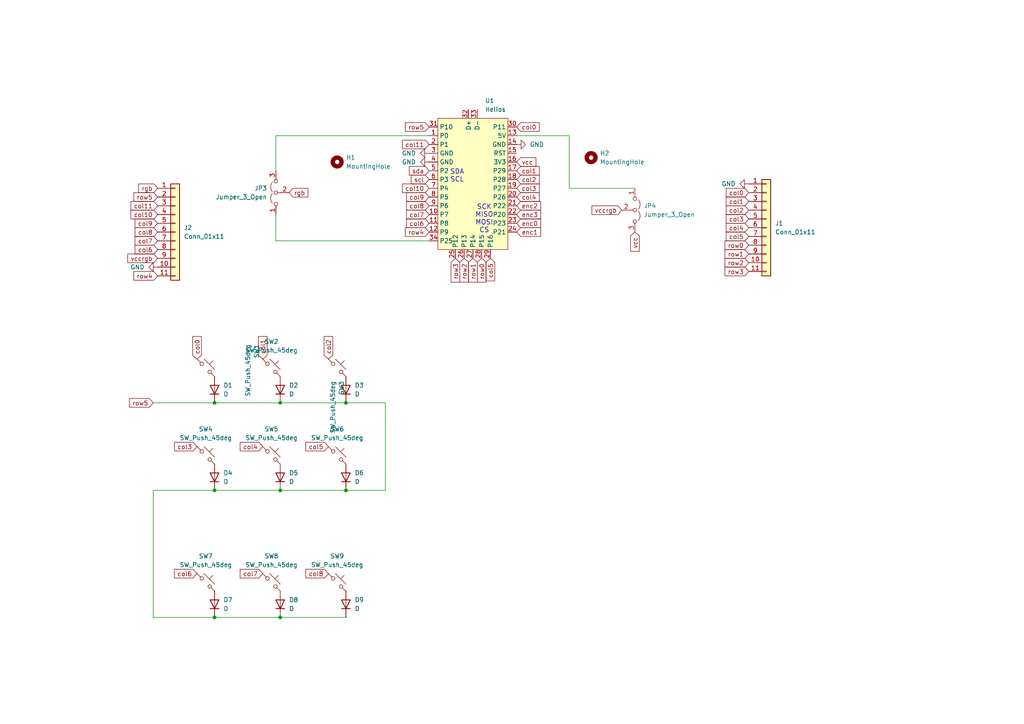
<source format=kicad_sch>
(kicad_sch (version 20231120) (generator "eeschema") (generator_version "8.0")
  (paper "A4")
  (lib_symbols
    (symbol "Connector_Generic:Conn_01x11" (pin_names (offset 1.016) hide)
      (property "Reference" "J" (at 0 15.24 0))
      (property "Value" "Conn_01x11" (at 0 -15.24 0))
      (symbol "Conn_01x11_1_1"
        (rectangle (start -1.27 -12.573) (end 0 -12.827) (stroke (width 0.1524)))
        (rectangle (start -1.27 -10.033) (end 0 -10.287) (stroke (width 0.1524)))
        (rectangle (start -1.27 -7.493) (end 0 -7.747) (stroke (width 0.1524)))
        (rectangle (start -1.27 -4.953) (end 0 -5.207) (stroke (width 0.1524)))
        (rectangle (start -1.27 -2.413) (end 0 -2.667) (stroke (width 0.1524)))
        (rectangle (start -1.27 0.127) (end 0 -0.127) (stroke (width 0.1524)))
        (rectangle (start -1.27 2.667) (end 0 2.413) (stroke (width 0.1524)))
        (rectangle (start -1.27 5.207) (end 0 4.953) (stroke (width 0.1524)))
        (rectangle (start -1.27 7.747) (end 0 7.493) (stroke (width 0.1524)))
        (rectangle (start -1.27 10.287) (end 0 10.033) (stroke (width 0.1524)))
        (rectangle (start -1.27 12.827) (end 0 12.573) (stroke (width 0.1524)))
        (rectangle (start -1.27 13.97) (end 1.27 -13.97) (stroke (width 0.254)) (fill (type background)))
        (pin passive line (at -5.08 12.7 0) (length 3.81) (name "Pin_1") (number "1"))
        (pin passive line (at -5.08 -10.16 0) (length 3.81) (name "Pin_10") (number "10"))
        (pin passive line (at -5.08 -12.7 0) (length 3.81) (name "Pin_11") (number "11"))
        (pin passive line (at -5.08 10.16 0) (length 3.81) (name "Pin_2") (number "2"))
        (pin passive line (at -5.08 7.62 0) (length 3.81) (name "Pin_3") (number "3"))
        (pin passive line (at -5.08 5.08 0) (length 3.81) (name "Pin_4") (number "4"))
        (pin passive line (at -5.08 2.54 0) (length 3.81) (name "Pin_5") (number "5"))
        (pin passive line (at -5.08 0 0) (length 3.81) (name "Pin_6") (number "6"))
        (pin passive line (at -5.08 -2.54 0) (length 3.81) (name "Pin_7") (number "7"))
        (pin passive line (at -5.08 -5.08 0) (length 3.81) (name "Pin_8") (number "8"))
        (pin passive line (at -5.08 -7.62 0) (length 3.81) (name "Pin_9") (number "9"))
      )
    )
    (symbol "Device:D" (pin_numbers hide) (pin_names (offset 1.016) hide)
      (property "Reference" "D" (at 0 2.54 0))
      (property "Value" "D" (at 0 -2.54 0))
      (symbol "D_0_1"
        (polyline (pts (xy -1.27 1.27) (xy -1.27 -1.27)) (stroke (width 0.254)))
        (polyline (pts (xy 1.27 0) (xy -1.27 0)))
        (polyline (pts (xy 1.27 1.27) (xy 1.27 -1.27) (xy -1.27 0) (xy 1.27 1.27)) (stroke (width 0.254)))
      )
      (symbol "D_1_1"
        (pin passive line (at -3.81 0 0) (length 2.54) (name "K") (number "1"))
        (pin passive line (at 3.81 0 180) (length 2.54) (name "A") (number "2"))
      )
    )
    (symbol "Jumper:Jumper_3_Open" (pin_names (offset 0) hide) (exclude_from_sim yes) (in_bom no)
      (property "Reference" "JP" (at -2.54 -2.54 0))
      (property "Value" "Jumper_3_Open" (at 0 2.794 0))
      (symbol "Jumper_3_Open_0_0"
        (circle (center -3.302 0) (radius 0.508))
        (circle (center 0 0) (radius 0.508))
        (circle (center 3.302 0) (radius 0.508))
      )
      (symbol "Jumper_3_Open_0_1"
        (arc (start -0.254 1.016) (mid -1.651 1.4992) (end -3.048 1.016))
        (polyline (pts (xy 0 -0.508) (xy 0 -1.27)))
        (arc (start 3.048 1.016) (mid 1.651 1.4992) (end 0.254 1.016))
      )
      (symbol "Jumper_3_Open_1_1"
        (pin passive line (at -6.35 0 0) (length 2.54) (name "A") (number "1"))
        (pin passive line (at 0 -3.81 90) (length 2.54) (name "C") (number "2"))
        (pin passive line (at 6.35 0 180) (length 2.54) (name "B") (number "3"))
      )
    )
    (symbol "Mechanical:MountingHole" (pin_names (offset 1.016)) (exclude_from_sim yes) (in_bom no)
      (property "Reference" "H" (at 0 5.08 0))
      (property "Value" "MountingHole" (at 0 3.175 0))
      (symbol "MountingHole_0_1"
        (circle (center 0 0) (radius 1.27) (stroke (width 1.27)))
      )
    )
    (symbol "PCM_marbastlib-promicroish:Helios" (in_bom no)
      (property "Reference" "U" (at -7.62 22.86 0))
      (property "Value" "Helios" (at -7.62 20.32 0))
      (symbol "Helios_0_0"
        (pin bidirectional line (at -12.7 13.97 0) (length 2.54) (name "P0") (number "1"))
        (pin bidirectional line (at -12.7 -8.89 0) (length 2.54) (name "P7") (number "10"))
        (pin bidirectional line (at -12.7 -11.43 0) (length 2.54) (name "P8") (number "11"))
        (pin bidirectional line (at -12.7 -13.97 0) (length 2.54) (name "P9") (number "12"))
        (pin power_out line (at 12.7 11.43 180) (length 2.54) (name "GND") (number "14"))
        (pin bidirectional line (at 12.7 8.89 180) (length 2.54) (name "RST") (number "15"))
        (pin bidirectional line (at 12.7 3.81 180) (length 2.54) (name "P29") (number "17"))
        (pin bidirectional line (at 12.7 1.27 180) (length 2.54) (name "P28") (number "18"))
        (pin bidirectional line (at 12.7 -1.27 180) (length 2.54) (name "P27") (number "19"))
        (pin bidirectional line (at -12.7 11.43 0) (length 2.54) (name "P1") (number "2"))
        (pin bidirectional line (at 12.7 -3.81 180) (length 2.54) (name "P26") (number "20"))
        (pin bidirectional line (at 12.7 -6.35 180) (length 2.54) (name "P22") (number "21"))
        (pin bidirectional line (at 12.7 -8.89 180) (length 2.54) (name "P20") (number "22"))
        (pin bidirectional line (at 12.7 -11.43 180) (length 2.54) (name "P23") (number "23"))
        (pin bidirectional line (at 12.7 -13.97 180) (length 2.54) (name "P21") (number "24"))
        (pin power_out line (at -12.7 8.89 0) (length 2.54) (name "GND") (number "3"))
        (pin power_out line (at -12.7 6.35 0) (length 2.54) (name "GND") (number "4"))
        (pin bidirectional line (at -12.7 3.81 0) (length 2.54) (name "P2") (number "5"))
        (pin bidirectional line (at -12.7 1.27 0) (length 2.54) (name "P3") (number "6"))
        (pin bidirectional line (at -12.7 -1.27 0) (length 2.54) (name "P4") (number "7"))
        (pin bidirectional line (at -12.7 -3.81 0) (length 2.54) (name "P5") (number "8"))
        (pin bidirectional line (at -12.7 -6.35 0) (length 2.54) (name "P6") (number "9"))
      )
      (symbol "Helios_1_0"
        (pin bidirectional line (at 12.7 13.97 180) (length 2.54) (name "5V") (number "13"))
        (pin power_out line (at 12.7 6.35 180) (length 2.54) (name "3V3") (number "16"))
        (pin bidirectional line (at -5.08 -21.59 90) (length 2.54) (name "P12") (number "25"))
        (pin bidirectional line (at -2.54 -21.59 90) (length 2.54) (name "P13") (number "26"))
        (pin bidirectional line (at 0 -21.59 90) (length 2.54) (name "P14") (number "27"))
        (pin bidirectional line (at 2.54 -21.59 90) (length 2.54) (name "P15") (number "28"))
        (pin bidirectional line (at 5.08 -21.59 90) (length 2.54) (name "P16") (number "29"))
        (pin power_in line (at 12.7 16.51 180) (length 2.54) (name "P11") (number "30"))
        (pin bidirectional line (at -12.7 16.51 0) (length 2.54) (name "P10") (number "31"))
        (pin bidirectional line (at -1.27 21.59 270) (length 2.54) (name "D+") (number "32"))
        (pin bidirectional line (at 1.27 21.59 270) (length 2.54) (name "D-") (number "33"))
        (pin bidirectional line (at -12.7 -16.51 0) (length 2.54) (name "P25") (number "34"))
      )
      (symbol "Helios_1_1"
        (rectangle (start -10.16 19.05) (end 10.16 -19.05) (fill (type background)))
      )
    )
    (symbol "Switch:SW_Push_45deg" (pin_numbers hide) (pin_names (offset 1.016) hide)
      (property "Reference" "SW" (at 3.048 1.016 0))
      (property "Value" "SW_Push_45deg" (at 0 -3.81 0))
      (symbol "SW_Push_45deg_0_1"
        (circle (center -1.1684 1.1684) (radius 0.508))
        (polyline (pts (xy -0.508 2.54) (xy 2.54 -0.508)))
        (polyline (pts (xy 1.016 1.016) (xy 2.032 2.032)))
        (polyline (pts (xy -2.54 2.54) (xy -1.524 1.524) (xy -1.524 1.524)))
        (polyline (pts (xy 1.524 -1.524) (xy 2.54 -2.54) (xy 2.54 -2.54) (xy 2.54 -2.54)))
        (circle (center 1.143 -1.1938) (radius 0.508))
        (pin passive line (at -2.54 2.54 0) (length 0) (name "1") (number "1"))
        (pin passive line (at 2.54 -2.54 180) (length 0) (name "2") (number "2"))
      )
    )
    (symbol "power:GND" (power) (pin_numbers hide) (pin_names (offset 0) hide)
      (property "Value" "GND" (at 0 -3.81 0))
      (symbol "GND_0_1"
        (polyline (pts (xy 0 0) (xy 0 -1.27) (xy 1.27 -1.27) (xy 0 -2.54) (xy -1.27 -1.27) (xy 0 -1.27)))
      )
      (symbol "GND_1_1"
        (pin power_in line (at 0 0 270) (length 0) (name "~") (number "1"))
      )
    )
  )
  (junction (at 100.33 116.84))
  (junction (at 62.23 142.24))
  (junction (at 81.28 179.07))
  (junction (at 100.33 142.24))
  (junction (at 62.23 179.07))
  (junction (at 81.28 116.84))
  (junction (at 81.28 142.24))
  (junction (at 62.23 116.84))
  (wire (pts (xy 81.28 116.84) (xy 100.33 116.84)))
  (wire (pts (xy 44.45 179.07) (xy 62.23 179.07)))
  (wire (pts (xy 44.45 116.84) (xy 62.23 116.84)))
  (wire (pts (xy 44.45 142.24) (xy 44.45 179.07)))
  (wire (pts (xy 165.1 54.61) (xy 184.15 54.61)))
  (wire (pts (xy 62.23 142.24) (xy 81.28 142.24)))
  (wire (pts (xy 80.01 39.37) (xy 80.01 49.53)))
  (wire (pts (xy 80.01 69.85) (xy 124.46 69.85)))
  (wire (pts (xy 149.86 39.37) (xy 165.1 39.37)))
  (wire (pts (xy 62.23 116.84) (xy 81.28 116.84)))
  (wire (pts (xy 62.23 142.24) (xy 44.45 142.24)))
  (wire (pts (xy 100.33 142.24) (xy 111.76 142.24)))
  (wire (pts (xy 81.28 179.07) (xy 100.33 179.07)))
  (wire (pts (xy 100.33 116.84) (xy 111.76 116.84)))
  (wire (pts (xy 165.1 39.37) (xy 165.1 54.61)))
  (wire (pts (xy 62.23 179.07) (xy 81.28 179.07)))
  (wire (pts (xy 81.28 142.24) (xy 100.33 142.24)))
  (wire (pts (xy 111.76 116.84) (xy 111.76 142.24)))
  (wire (pts (xy 80.01 39.37) (xy 124.46 39.37)))
  (wire (pts (xy 80.01 62.23) (xy 80.01 69.85)))
  (text "SDA\nSCL" (at 132.588 51.054 0) (effects (font (size 1.397 1.397))))
  (text "SCK\nMISO\nMOSI\nCS" (at 140.462 63.5 0) (effects (font (size 1.397 1.397))))
  (global_label "col11" (shape input) (at 124.46 41.91 180) (property "Intersheetrefs" "${INTERSHEET_REFS}" (effects (hide yes))))
  (global_label "col1" (shape input) (at 76.2 104.14 90) (property "Intersheetrefs" "${INTERSHEET_REFS}" (effects (hide yes))))
  (global_label "col1" (shape input) (at 149.86 49.53 0) (property "Intersheetrefs" "${INTERSHEET_REFS}" (effects (hide yes))))
  (global_label "col9" (shape input) (at 124.46 57.15 180) (property "Intersheetrefs" "${INTERSHEET_REFS}" (effects (hide yes))))
  (global_label "row2" (shape input) (at 134.62 74.93 270) (property "Intersheetrefs" "${INTERSHEET_REFS}" (effects (hide yes))))
  (global_label "col8" (shape input) (at 95.25 166.37 180) (property "Intersheetrefs" "${INTERSHEET_REFS}" (effects (hide yes))))
  (global_label "vccrgb" (shape input) (at 180.34 60.96 180) (property "Intersheetrefs" "${INTERSHEET_REFS}" (effects (hide yes))))
  (global_label "row5" (shape input) (at 44.45 116.84 180) (property "Intersheetrefs" "${INTERSHEET_REFS}" (effects (hide yes))))
  (global_label "col2" (shape input) (at 149.86 52.07 0) (property "Intersheetrefs" "${INTERSHEET_REFS}" (effects (hide yes))))
  (global_label "col5" (shape input) (at 95.25 129.54 180) (property "Intersheetrefs" "${INTERSHEET_REFS}" (effects (hide yes))))
  (global_label "enc0" (shape input) (at 149.86 64.77 0) (property "Intersheetrefs" "${INTERSHEET_REFS}" (effects (hide yes))))
  (global_label "col1" (shape input) (at 217.17 58.42 180) (property "Intersheetrefs" "${INTERSHEET_REFS}" (effects (hide yes))))
  (global_label "col5" (shape input) (at 142.24 74.93 270) (property "Intersheetrefs" "${INTERSHEET_REFS}" (effects (hide yes))))
  (global_label "col3" (shape input) (at 149.86 54.61 0) (property "Intersheetrefs" "${INTERSHEET_REFS}" (effects (hide yes))))
  (global_label "row1" (shape input) (at 217.17 73.66 180) (property "Intersheetrefs" "${INTERSHEET_REFS}" (effects (hide yes))))
  (global_label "vcc" (shape input) (at 184.15 67.31 270) (property "Intersheetrefs" "${INTERSHEET_REFS}" (effects (hide yes))))
  (global_label "col10" (shape input) (at 45.72 62.23 180) (property "Intersheetrefs" "${INTERSHEET_REFS}" (effects (hide yes))))
  (global_label "row0" (shape input) (at 139.7 74.93 270) (property "Intersheetrefs" "${INTERSHEET_REFS}" (effects (hide yes))))
  (global_label "row5" (shape input) (at 45.72 57.15 180) (property "Intersheetrefs" "${INTERSHEET_REFS}" (effects (hide yes))))
  (global_label "col7" (shape input) (at 124.46 62.23 180) (property "Intersheetrefs" "${INTERSHEET_REFS}" (effects (hide yes))))
  (global_label "col2" (shape input) (at 95.25 104.14 90) (property "Intersheetrefs" "${INTERSHEET_REFS}" (effects (hide yes))))
  (global_label "col6" (shape input) (at 124.46 64.77 180) (property "Intersheetrefs" "${INTERSHEET_REFS}" (effects (hide yes))))
  (global_label "col10" (shape input) (at 124.46 54.61 180) (property "Intersheetrefs" "${INTERSHEET_REFS}" (effects (hide yes))))
  (global_label "col6" (shape input) (at 45.72 72.39 180) (property "Intersheetrefs" "${INTERSHEET_REFS}" (effects (hide yes))))
  (global_label "col4" (shape input) (at 76.2 129.54 180) (property "Intersheetrefs" "${INTERSHEET_REFS}" (effects (hide yes))))
  (global_label "col0" (shape input) (at 57.15 104.14 90) (property "Intersheetrefs" "${INTERSHEET_REFS}" (effects (hide yes))))
  (global_label "row3" (shape input) (at 217.17 78.74 180) (property "Intersheetrefs" "${INTERSHEET_REFS}" (effects (hide yes))))
  (global_label "col4" (shape input) (at 149.86 57.15 0) (property "Intersheetrefs" "${INTERSHEET_REFS}" (effects (hide yes))))
  (global_label "rgb" (shape input) (at 83.82 55.88 0) (property "Intersheetrefs" "${INTERSHEET_REFS}" (effects (hide yes))))
  (global_label "col9" (shape input) (at 45.72 64.77 180) (property "Intersheetrefs" "${INTERSHEET_REFS}" (effects (hide yes))))
  (global_label "col6" (shape input) (at 57.15 166.37 180) (property "Intersheetrefs" "${INTERSHEET_REFS}" (effects (hide yes))))
  (global_label "col11" (shape input) (at 45.72 59.69 180) (property "Intersheetrefs" "${INTERSHEET_REFS}" (effects (hide yes))))
  (global_label "rgb" (shape input) (at 45.72 54.61 180) (property "Intersheetrefs" "${INTERSHEET_REFS}" (effects (hide yes))))
  (global_label "vccrgb" (shape input) (at 45.72 74.93 180) (property "Intersheetrefs" "${INTERSHEET_REFS}" (effects (hide yes))))
  (global_label "row3" (shape input) (at 132.08 74.93 270) (property "Intersheetrefs" "${INTERSHEET_REFS}" (effects (hide yes))))
  (global_label "col4" (shape input) (at 217.17 66.04 180) (property "Intersheetrefs" "${INTERSHEET_REFS}" (effects (hide yes))))
  (global_label "col8" (shape input) (at 124.46 59.69 180) (property "Intersheetrefs" "${INTERSHEET_REFS}" (effects (hide yes))))
  (global_label "row0" (shape input) (at 217.17 71.12 180) (property "Intersheetrefs" "${INTERSHEET_REFS}" (effects (hide yes))))
  (global_label "col0" (shape input) (at 149.86 36.83 0) (property "Intersheetrefs" "${INTERSHEET_REFS}" (effects (hide yes))))
  (global_label "col7" (shape input) (at 76.2 166.37 180) (property "Intersheetrefs" "${INTERSHEET_REFS}" (effects (hide yes))))
  (global_label "enc2" (shape input) (at 149.86 59.69 0) (property "Intersheetrefs" "${INTERSHEET_REFS}" (effects (hide yes))))
  (global_label "col7" (shape input) (at 45.72 69.85 180) (property "Intersheetrefs" "${INTERSHEET_REFS}" (effects (hide yes))))
  (global_label "col3" (shape input) (at 57.15 129.54 180) (property "Intersheetrefs" "${INTERSHEET_REFS}" (effects (hide yes))))
  (global_label "sda" (shape input) (at 124.46 49.53 180) (property "Intersheetrefs" "${INTERSHEET_REFS}" (effects (hide yes))))
  (global_label "scl" (shape input) (at 124.46 52.07 180) (property "Intersheetrefs" "${INTERSHEET_REFS}" (effects (hide yes))))
  (global_label "vcc" (shape input) (at 149.86 46.99 0) (property "Intersheetrefs" "${INTERSHEET_REFS}" (effects (hide yes))))
  (global_label "col5" (shape input) (at 217.17 68.58 180) (property "Intersheetrefs" "${INTERSHEET_REFS}" (effects (hide yes))))
  (global_label "col2" (shape input) (at 217.17 60.96 180) (property "Intersheetrefs" "${INTERSHEET_REFS}" (effects (hide yes))))
  (global_label "row4" (shape input) (at 124.46 67.31 180) (property "Intersheetrefs" "${INTERSHEET_REFS}" (effects (hide yes))))
  (global_label "enc1" (shape input) (at 149.86 67.31 0) (property "Intersheetrefs" "${INTERSHEET_REFS}" (effects (hide yes))))
  (global_label "row1" (shape input) (at 137.16 74.93 270) (property "Intersheetrefs" "${INTERSHEET_REFS}" (effects (hide yes))))
  (global_label "col8" (shape input) (at 45.72 67.31 180) (property "Intersheetrefs" "${INTERSHEET_REFS}" (effects (hide yes))))
  (global_label "row5" (shape input) (at 124.46 36.83 180) (property "Intersheetrefs" "${INTERSHEET_REFS}" (effects (hide yes))))
  (global_label "enc3" (shape input) (at 149.86 62.23 0) (property "Intersheetrefs" "${INTERSHEET_REFS}" (effects (hide yes))))
  (global_label "row4" (shape input) (at 45.72 80.01 180) (property "Intersheetrefs" "${INTERSHEET_REFS}" (effects (hide yes))))
  (global_label "col0" (shape input) (at 217.17 55.88 180) (property "Intersheetrefs" "${INTERSHEET_REFS}" (effects (hide yes))))
  (global_label "col3" (shape input) (at 217.17 63.5 180) (property "Intersheetrefs" "${INTERSHEET_REFS}" (effects (hide yes))))
  (global_label "row2" (shape input) (at 217.17 76.2 180) (property "Intersheetrefs" "${INTERSHEET_REFS}" (effects (hide yes))))
  (symbol (lib_id "power:GND") (at 149.86 41.91 90) (unit 1)
    (property "Reference" "#PWR02" (effects (hide yes)))
    (property "Value" "GND" (at 153.67 41.9099 90) (effects (justify right)))
    (property "Description" "Power symbol creates a global label with name \"GND\" , ground" (effects (hide yes)))
  )
  (symbol (lib_id "Device:D") (at 81.28 138.43 90) (unit 1)
    (property "Reference" "D5" (at 83.82 137.1599 90) (effects (justify right)))
    (property "Value" "D" (at 83.82 139.6999 90) (effects (justify right)))
    (property "Footprint" "barnacle:D_SOD-123-minimal" (effects (hide yes)))
    (property "Description" "Diode" (effects (hide yes)))
    (property "Sim.Device" "D" (effects (hide yes)))
    (property "Sim.Pins" "1=K 2=A" (effects (hide yes)))
  )
  (symbol (lib_id "Switch:SW_Push_45deg") (at 78.74 168.91 0) (unit 1)
    (property "Reference" "SW8" (at 78.74 161.29 0))
    (property "Value" "SW_Push_45deg" (at 78.74 163.83 0))
    (property "Footprint" "PCM_marbastlib-mx:SW_MX_HS_S_CPG151101S11_1u" (effects (hide yes)))
    (property "Description" "Push button switch, normally open, two pins, 45° tilted" (effects (hide yes)))
  )
  (symbol (lib_id "Connector_Generic:Conn_01x11") (at 50.8 67.31 0) (unit 1)
    (property "Reference" "J2" (at 53.34 66.0399 0) (effects (justify left)))
    (property "Value" "Conn_01x11" (at 53.34 68.5799 0) (effects (justify left)))
    (property "Footprint" "Connector_PinHeader_2.54mm:PinHeader_1x11_P2.54mm_Vertical" (effects (hide yes)))
    (property "Description" "Generic connector, single row, 01x11, script generated (kicad-library-utils/schlib/autogen/connector/)" (effects (hide yes)))
  )
  (symbol (lib_id "Device:D") (at 100.33 138.43 90) (unit 1)
    (property "Reference" "D6" (at 102.87 137.1599 90) (effects (justify right)))
    (property "Value" "D" (at 102.87 139.6999 90) (effects (justify right)))
    (property "Footprint" "barnacle:D_SOD-123-minimal" (effects (hide yes)))
    (property "Description" "Diode" (effects (hide yes)))
    (property "Sim.Device" "D" (effects (hide yes)))
    (property "Sim.Pins" "1=K 2=A" (effects (hide yes)))
  )
  (symbol (lib_id "Device:D") (at 62.23 138.43 90) (unit 1)
    (property "Reference" "D4" (at 64.77 137.1599 90) (effects (justify right)))
    (property "Value" "D" (at 64.77 139.6999 90) (effects (justify right)))
    (property "Footprint" "barnacle:D_SOD-123-minimal" (effects (hide yes)))
    (property "Description" "Diode" (effects (hide yes)))
    (property "Sim.Device" "D" (effects (hide yes)))
    (property "Sim.Pins" "1=K 2=A" (effects (hide yes)))
  )
  (symbol (lib_id "power:GND") (at 124.46 46.99 270) (unit 1)
    (property "Reference" "#PWR04" (effects (hide yes)))
    (property "Value" "GND" (at 120.65 46.9899 90) (effects (justify right)))
    (property "Description" "Power symbol creates a global label with name \"GND\" , ground" (effects (hide yes)))
  )
  (symbol (lib_id "Device:D") (at 100.33 175.26 90) (unit 1)
    (property "Reference" "D9" (at 102.87 173.9899 90) (effects (justify right)))
    (property "Value" "D" (at 102.87 176.5299 90) (effects (justify right)))
    (property "Footprint" "barnacle:D_SOD-123-minimal" (effects (hide yes)))
    (property "Description" "Diode" (effects (hide yes)))
    (property "Sim.Device" "D" (effects (hide yes)))
    (property "Sim.Pins" "1=K 2=A" (effects (hide yes)))
  )
  (symbol (lib_id "Device:D") (at 81.28 113.03 90) (unit 1)
    (property "Reference" "D2" (at 83.82 111.7599 90) (effects (justify right)))
    (property "Value" "D" (at 83.82 114.2999 90) (effects (justify right)))
    (property "Footprint" "barnacle:D_SOD-123-minimal" (effects (hide yes)))
    (property "Description" "Diode" (effects (hide yes)))
    (property "Sim.Device" "D" (effects (hide yes)))
    (property "Sim.Pins" "1=K 2=A" (effects (hide yes)))
  )
  (symbol (lib_id "Jumper:Jumper_3_Open") (at 80.01 55.88 90) (unit 1) (exclude_from_sim yes) (in_bom no)
    (property "Reference" "JP3" (at 77.47 54.6099 90) (effects (justify left)))
    (property "Value" "Jumper_3_Open" (at 77.47 57.1499 90) (effects (justify left)))
    (property "Footprint" "Jumper:SolderJumper-3_P1.3mm_Open_RoundedPad1.0x1.5mm" (effects (hide yes)))
    (property "Description" "Jumper, 3-pole, both open" (effects (hide yes)))
  )
  (symbol (lib_id "Device:D") (at 81.28 175.26 90) (unit 1)
    (property "Reference" "D8" (at 83.82 173.9899 90) (effects (justify right)))
    (property "Value" "D" (at 83.82 176.5299 90) (effects (justify right)))
    (property "Footprint" "barnacle:D_SOD-123-minimal" (effects (hide yes)))
    (property "Description" "Diode" (effects (hide yes)))
    (property "Sim.Device" "D" (effects (hide yes)))
    (property "Sim.Pins" "1=K 2=A" (effects (hide yes)))
  )
  (symbol (lib_id "Mechanical:MountingHole") (at 97.79 46.99 0) (unit 1) (exclude_from_sim yes) (in_bom no)
    (property "Reference" "H1" (at 100.33 45.7199 0) (effects (justify left)))
    (property "Value" "MountingHole" (at 100.33 48.2599 0) (effects (justify left)))
    (property "Footprint" "MountingHole:MountingHole_3.2mm_M3_DIN965_Pad" (effects (hide yes)))
    (property "Description" "Mounting Hole without connection" (effects (hide yes)))
  )
  (symbol (lib_id "Device:D") (at 100.33 113.03 90) (unit 1)
    (property "Reference" "D3" (at 102.87 111.7599 90) (effects (justify right)))
    (property "Value" "D" (at 102.87 114.2999 90) (effects (justify right)))
    (property "Footprint" "barnacle:D_SOD-123-minimal" (effects (hide yes)))
    (property "Description" "Diode" (effects (hide yes)))
    (property "Sim.Device" "D" (effects (hide yes)))
    (property "Sim.Pins" "1=K 2=A" (effects (hide yes)))
  )
  (symbol (lib_id "Switch:SW_Push_45deg") (at 78.74 132.08 0) (unit 1)
    (property "Reference" "SW5" (at 78.74 124.46 0))
    (property "Value" "SW_Push_45deg" (at 78.74 127 0))
    (property "Footprint" "PCM_marbastlib-mx:SW_MX_HS_S_CPG151101S11_1u" (effects (hide yes)))
    (property "Description" "Push button switch, normally open, two pins, 45° tilted" (effects (hide yes)))
  )
  (symbol (lib_id "PCM_marbastlib-promicroish:Helios") (at 137.16 53.34 0) (unit 1) (in_bom no)
    (property "Reference" "U1" (at 140.6241 29.21 0) (effects (justify left)))
    (property "Value" "Helios" (at 140.6241 31.75 0) (effects (justify left)))
    (property "Footprint" "PCM_marbastlib-xp-promicroish:Helios_AH_USBup" (effects (hide yes)))
    (property "Datasheet" "https://github.com/0xCB-dev/0xCB-Helios" (effects (hide yes)))
    (property "Description" "Symbol for an 0xCB Helios" (effects (hide yes)))
  )
  (symbol (lib_id "Switch:SW_Push_45deg") (at 59.69 106.68 0) (unit 1)
    (property "Reference" "SW1" (at 74.422 99.822 90) (effects (justify right)))
    (property "Value" "SW_Push_45deg" (at 71.882 99.822 90) (effects (justify right)))
    (property "Footprint" "PCM_marbastlib-mx:SW_MX_HS_S_CPG151101S11_1u" (effects (hide yes)))
    (property "Description" "Push button switch, normally open, two pins, 45° tilted" (effects (hide yes)))
  )
  (symbol (lib_id "power:GND") (at 217.17 53.34 270) (unit 1)
    (property "Reference" "#PWR05" (effects (hide yes)))
    (property "Value" "GND" (at 213.36 53.3399 90) (effects (justify right)))
    (property "Description" "Power symbol creates a global label with name \"GND\" , ground" (effects (hide yes)))
  )
  (symbol (lib_id "power:GND") (at 124.46 44.45 270) (unit 1)
    (property "Reference" "#PWR03" (effects (hide yes)))
    (property "Value" "GND" (at 120.65 44.4499 90) (effects (justify right)))
    (property "Description" "Power symbol creates a global label with name \"GND\" , ground" (effects (hide yes)))
  )
  (symbol (lib_id "power:GND") (at 45.72 77.47 270) (unit 1)
    (property "Reference" "#PWR01" (effects (hide yes)))
    (property "Value" "GND" (at 41.91 77.4699 90) (effects (justify right)))
    (property "Description" "Power symbol creates a global label with name \"GND\" , ground" (effects (hide yes)))
  )
  (symbol (lib_id "Switch:SW_Push_45deg") (at 97.79 106.68 0) (unit 1)
    (property "Reference" "SW3" (at 99.0601 110.49 90) (effects (justify right)))
    (property "Value" "SW_Push_45deg" (at 96.5201 110.49 90) (effects (justify right)))
    (property "Footprint" "PCM_marbastlib-mx:SW_MX_HS_S_CPG151101S11_1u" (effects (hide yes)))
    (property "Description" "Push button switch, normally open, two pins, 45° tilted" (effects (hide yes)))
  )
  (symbol (lib_id "Switch:SW_Push_45deg") (at 78.74 106.68 0) (unit 1)
    (property "Reference" "SW2" (at 78.74 99.06 0))
    (property "Value" "SW_Push_45deg" (at 78.74 101.6 0))
    (property "Footprint" "PCM_marbastlib-mx:SW_MX_1u" (effects (hide yes)))
    (property "Description" "Push button switch, normally open, two pins, 45° tilted" (effects (hide yes)))
  )
  (symbol (lib_id "Device:D") (at 62.23 175.26 90) (unit 1)
    (property "Reference" "D7" (at 64.77 173.9899 90) (effects (justify right)))
    (property "Value" "D" (at 64.77 176.5299 90) (effects (justify right)))
    (property "Footprint" "barnacle:D_SOD-123-minimal" (effects (hide yes)))
    (property "Description" "Diode" (effects (hide yes)))
    (property "Sim.Device" "D" (effects (hide yes)))
    (property "Sim.Pins" "1=K 2=A" (effects (hide yes)))
  )
  (symbol (lib_id "Device:D") (at 62.23 113.03 90) (unit 1)
    (property "Reference" "D1" (at 64.77 111.7599 90) (effects (justify right)))
    (property "Value" "D" (at 64.77 114.2999 90) (effects (justify right)))
    (property "Footprint" "barnacle:D_SOD-123-minimal" (effects (hide yes)))
    (property "Description" "Diode" (effects (hide yes)))
    (property "Sim.Device" "D" (effects (hide yes)))
    (property "Sim.Pins" "1=K 2=A" (effects (hide yes)))
  )
  (symbol (lib_id "Switch:SW_Push_45deg") (at 97.79 132.08 0) (unit 1)
    (property "Reference" "SW6" (at 97.79 124.46 0))
    (property "Value" "SW_Push_45deg" (at 97.79 127 0))
    (property "Footprint" "PCM_marbastlib-mx:SW_MX_HS_S_CPG151101S11_1u" (effects (hide yes)))
    (property "Description" "Push button switch, normally open, two pins, 45° tilted" (effects (hide yes)))
  )
  (symbol (lib_id "Mechanical:MountingHole") (at 171.45 45.72 0) (unit 1) (exclude_from_sim yes) (in_bom no)
    (property "Reference" "H2" (at 173.99 44.4499 0) (effects (justify left)))
    (property "Value" "MountingHole" (at 173.99 46.9899 0) (effects (justify left)))
    (property "Footprint" "MountingHole:MountingHole_3.2mm_M3_DIN965_Pad" (effects (hide yes)))
    (property "Description" "Mounting Hole without connection" (effects (hide yes)))
  )
  (symbol (lib_id "Connector_Generic:Conn_01x11") (at 222.25 66.04 0) (unit 1)
    (property "Reference" "J1" (at 224.79 64.7699 0) (effects (justify left)))
    (property "Value" "Conn_01x11" (at 224.79 67.3099 0) (effects (justify left)))
    (property "Footprint" "Connector_PinHeader_2.54mm:PinHeader_1x11_P2.54mm_Vertical" (effects (hide yes)))
    (property "Description" "Generic connector, single row, 01x11, script generated (kicad-library-utils/schlib/autogen/connector/)" (effects (hide yes)))
  )
  (symbol (lib_id "Switch:SW_Push_45deg") (at 59.69 168.91 0) (unit 1)
    (property "Reference" "SW7" (at 59.69 161.29 0))
    (property "Value" "SW_Push_45deg" (at 59.69 163.83 0))
    (property "Footprint" "PCM_marbastlib-mx:SW_MX_HS_S_CPG151101S11_1u" (effects (hide yes)))
    (property "Description" "Push button switch, normally open, two pins, 45° tilted" (effects (hide yes)))
  )
  (symbol (lib_id "Switch:SW_Push_45deg") (at 59.69 132.08 0) (unit 1)
    (property "Reference" "SW4" (at 59.69 124.46 0))
    (property "Value" "SW_Push_45deg" (at 59.69 127 0))
    (property "Footprint" "PCM_marbastlib-mx:SW_MX_HS_S_CPG151101S11_1u" (effects (hide yes)))
    (property "Description" "Push button switch, normally open, two pins, 45° tilted" (effects (hide yes)))
  )
  (symbol (lib_id "Switch:SW_Push_45deg") (at 97.79 168.91 0) (unit 1)
    (property "Reference" "SW9" (at 97.79 161.29 0))
    (property "Value" "SW_Push_45deg" (at 97.79 163.83 0))
    (property "Footprint" "PCM_marbastlib-mx:SW_MX_HS_S_CPG151101S11_1u" (effects (hide yes)))
    (property "Description" "Push button switch, normally open, two pins, 45° tilted" (effects (hide yes)))
  )
  (symbol (lib_id "Jumper:Jumper_3_Open") (at 184.15 60.96 270) (unit 1) (exclude_from_sim yes) (in_bom no)
    (property "Reference" "JP4" (at 186.69 59.6899 90) (effects (justify left)))
    (property "Value" "Jumper_3_Open" (at 186.69 62.2299 90) (effects (justify left)))
    (property "Footprint" "Jumper:SolderJumper-3_P1.3mm_Open_RoundedPad1.0x1.5mm" (effects (hide yes)))
    (property "Description" "Jumper, 3-pole, both open" (effects (hide yes)))
  )
)
</source>
